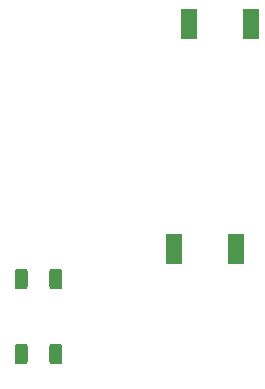
<source format=gbp>
%TF.GenerationSoftware,KiCad,Pcbnew,(5.1.12-1-10_14)*%
%TF.CreationDate,2022-04-14T08:34:34-04:00*%
%TF.ProjectId,Master_Warning,4d617374-6572-45f5-9761-726e696e672e,rev?*%
%TF.SameCoordinates,Original*%
%TF.FileFunction,Paste,Bot*%
%TF.FilePolarity,Positive*%
%FSLAX46Y46*%
G04 Gerber Fmt 4.6, Leading zero omitted, Abs format (unit mm)*
G04 Created by KiCad (PCBNEW (5.1.12-1-10_14)) date 2022-04-14 08:34:34*
%MOMM*%
%LPD*%
G01*
G04 APERTURE LIST*
%ADD10R,1.400000X2.600000*%
G04 APERTURE END LIST*
D10*
%TO.C,D1*%
X162560000Y-97790000D03*
X157360000Y-97790000D03*
%TD*%
%TO.C,D2*%
X158630000Y-78740000D03*
X163830000Y-78740000D03*
%TD*%
%TO.C,R1*%
G36*
G01*
X143832500Y-100955002D02*
X143832500Y-99704998D01*
G75*
G02*
X144082498Y-99455000I249998J0D01*
G01*
X144707502Y-99455000D01*
G75*
G02*
X144957500Y-99704998I0J-249998D01*
G01*
X144957500Y-100955002D01*
G75*
G02*
X144707502Y-101205000I-249998J0D01*
G01*
X144082498Y-101205000D01*
G75*
G02*
X143832500Y-100955002I0J249998D01*
G01*
G37*
G36*
G01*
X146757500Y-100955002D02*
X146757500Y-99704998D01*
G75*
G02*
X147007498Y-99455000I249998J0D01*
G01*
X147632502Y-99455000D01*
G75*
G02*
X147882500Y-99704998I0J-249998D01*
G01*
X147882500Y-100955002D01*
G75*
G02*
X147632502Y-101205000I-249998J0D01*
G01*
X147007498Y-101205000D01*
G75*
G02*
X146757500Y-100955002I0J249998D01*
G01*
G37*
%TD*%
%TO.C,R2*%
G36*
G01*
X146757500Y-107305002D02*
X146757500Y-106054998D01*
G75*
G02*
X147007498Y-105805000I249998J0D01*
G01*
X147632502Y-105805000D01*
G75*
G02*
X147882500Y-106054998I0J-249998D01*
G01*
X147882500Y-107305002D01*
G75*
G02*
X147632502Y-107555000I-249998J0D01*
G01*
X147007498Y-107555000D01*
G75*
G02*
X146757500Y-107305002I0J249998D01*
G01*
G37*
G36*
G01*
X143832500Y-107305002D02*
X143832500Y-106054998D01*
G75*
G02*
X144082498Y-105805000I249998J0D01*
G01*
X144707502Y-105805000D01*
G75*
G02*
X144957500Y-106054998I0J-249998D01*
G01*
X144957500Y-107305002D01*
G75*
G02*
X144707502Y-107555000I-249998J0D01*
G01*
X144082498Y-107555000D01*
G75*
G02*
X143832500Y-107305002I0J249998D01*
G01*
G37*
%TD*%
M02*

</source>
